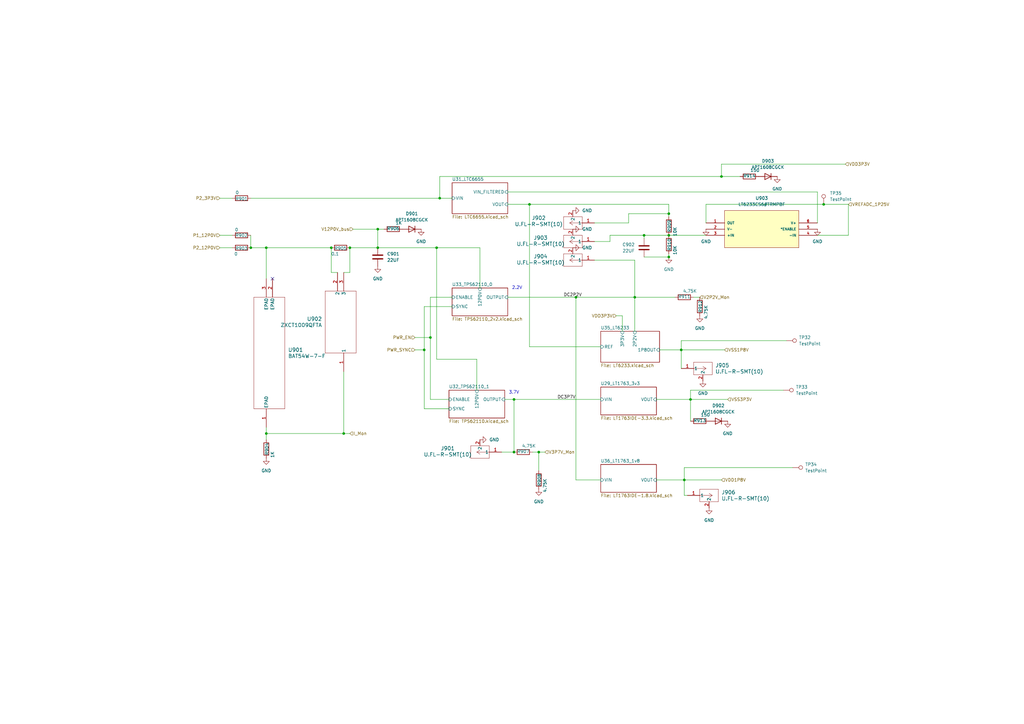
<source format=kicad_sch>
(kicad_sch (version 20231120) (generator "eeschema") (generator_version "8.0")
  (paper "A3")
  (lib_symbols
    (symbol "001_symbol:BAT54W-7-F" (pin_names (offset 0.254))
      (property "Reference" "U" (at 30.48 10.16 0))
      (property "Value" "BAT54W-7-F" (at 30.48 7.62 0))
      (symbol "BAT54W-7-F_0_1"
        (polyline (pts (xy 7.62 -7.62) (xy 53.34 -7.62)) (stroke (width 0.127)))
        (polyline (pts (xy 7.62 5.08) (xy 7.62 -7.62)) (stroke (width 0.127)))
        (polyline (pts (xy 53.34 -7.62) (xy 53.34 5.08)) (stroke (width 0.127)))
        (polyline (pts (xy 53.34 5.08) (xy 7.62 5.08)) (stroke (width 0.127)))
        (pin unspecified line (at 0 0 0) (length 7.62) (name "EPAD") (number "1"))
        (pin unspecified line (at 60.96 -2.54 180) (length 7.62) (name "EPAD") (number "2"))
        (pin unspecified line (at 60.96 0 180) (length 7.62) (name "EPAD") (number "3"))
      )
    )
    (symbol "001_symbol:LT6233CS6TRMPBF" (pin_names (offset 1.016))
      (property "Reference" "U903" (at 22.86 10.16 0))
      (property "Value" "LT6233CS6#TRMPBF" (at 22.86 7.62 0))
      (symbol "LT6233CS6TRMPBF_0_0"
        (rectangle (start 7.62 -10.16) (end 38.1 5.08) (stroke (width 0.1524)) (fill (type background)))
        (pin output line (at 0 0 0) (length 7.62) (name "OUT") (number "1"))
        (pin power_in line (at 0 -2.54 0) (length 7.62) (name "V-") (number "2"))
        (pin input line (at 0 -5.08 0) (length 7.62) (name "+IN") (number "3"))
        (pin passive line (at 45.72 -2.54 180) (length 7.62) (name "*ENABLE") (number "5"))
        (pin input line (at 45.72 0 180) (length 7.62) (name "V+") (number "6"))
      )
      (symbol "LT6233CS6TRMPBF_1_0"
        (pin input line (at 45.72 -5.08 180) (length 7.62) (name "-IN") (number "4"))
      )
    )
    (symbol "001_symbol:U.FL-R-SMT10_1" (pin_names (offset 0.254))
      (property "Reference" "J906" (at 13.97 1.2701 0))
      (property "Value" "U.FL-R-SMT10" (at 13.97 -1.2699 0))
      (symbol "U.FL-R-SMT10_1_1_1"
        (polyline (pts (xy 5.08 -2.54) (xy 12.7 -2.54)) (stroke (width 0.127)))
        (polyline (pts (xy 5.08 2.54) (xy 5.08 -2.54)) (stroke (width 0.127)))
        (polyline (pts (xy 10.16 0) (xy 5.08 0)) (stroke (width 0.127)))
        (polyline (pts (xy 10.16 0) (xy 8.89 -0.8467)) (stroke (width 0.127)))
        (polyline (pts (xy 10.16 0) (xy 8.89 0.8467)) (stroke (width 0.127)))
        (polyline (pts (xy 12.7 -2.54) (xy 12.7 2.54)) (stroke (width 0.127)))
        (polyline (pts (xy 12.7 2.54) (xy 5.08 2.54)) (stroke (width 0.127)))
        (pin unspecified line (at 0 0 0) (length 5.08) (name "1") (number "1"))
        (pin input line (at 8.89 -5.08 90) (length 2.54) (name "2") (number "2"))
        (pin input line (at 8.89 -5.08 90) (length 2.54) hide (name "3") (number "3"))
      )
      (symbol "U.FL-R-SMT10_1_1_2"
        (polyline (pts (xy 5.08 -2.54) (xy 12.7 -2.54)) (stroke (width 0.127)))
        (polyline (pts (xy 5.08 2.54) (xy 5.08 -2.54)) (stroke (width 0.127)))
        (polyline (pts (xy 7.62 0) (xy 5.08 0)) (stroke (width 0.127)))
        (polyline (pts (xy 7.62 0) (xy 8.89 -0.8467)) (stroke (width 0.127)))
        (polyline (pts (xy 7.62 0) (xy 8.89 0.8467)) (stroke (width 0.127)))
        (polyline (pts (xy 12.7 -2.54) (xy 12.7 2.54)) (stroke (width 0.127)))
        (polyline (pts (xy 12.7 2.54) (xy 5.08 2.54)) (stroke (width 0.127)))
        (pin unspecified line (at 0 0 0) (length 5.08) (name "1") (number "1"))
      )
    )
    (symbol "001_symbol:ZXCT1009FTA" (pin_names (offset 0.254))
      (property "Reference" "U" (at 20.32 10.16 0))
      (property "Value" "ZXCT1009FTA" (at 20.32 7.62 0))
      (symbol "ZXCT1009FTA_0_1"
        (polyline (pts (xy 7.62 -7.62) (xy 33.02 -7.62)) (stroke (width 0.127)))
        (polyline (pts (xy 7.62 5.08) (xy 7.62 -7.62)) (stroke (width 0.127)))
        (polyline (pts (xy 33.02 -7.62) (xy 33.02 5.08)) (stroke (width 0.127)))
        (polyline (pts (xy 33.02 5.08) (xy 7.62 5.08)) (stroke (width 0.127)))
        (pin unspecified line (at 0 0 0) (length 7.62) (name "1") (number "1"))
        (pin unspecified line (at 40.64 -2.54 180) (length 7.62) (name "2") (number "2"))
        (pin unspecified line (at 40.64 0 180) (length 7.62) (name "3") (number "3"))
      )
    )
    (symbol "Connector:TestPoint" (pin_numbers hide) (pin_names (offset 0.762) hide)
      (property "Reference" "TP" (at 0 6.858 0))
      (property "Value" "TestPoint" (at 0 5.08 0))
      (symbol "TestPoint_0_1"
        (circle (center 0 3.302) (radius 0.762))
      )
      (symbol "TestPoint_1_1"
        (pin passive line (at 0 0 90) (length 2.54) (name "1") (number "1"))
      )
    )
    (symbol "Device:C" (pin_numbers hide) (pin_names (offset 0.254))
      (property "Reference" "C" (at 0.635 2.54 0))
      (property "Value" "C" (at 0.635 -2.54 0))
      (symbol "C_0_1"
        (polyline (pts (xy -2.032 -0.762) (xy 2.032 -0.762)) (stroke (width 0.508)))
        (polyline (pts (xy -2.032 0.762) (xy 2.032 0.762)) (stroke (width 0.508)))
      )
      (symbol "C_1_1"
        (pin passive line (at 0 3.81 270) (length 2.794) (name "~") (number "1"))
        (pin passive line (at 0 -3.81 90) (length 2.794) (name "~") (number "2"))
      )
    )
    (symbol "Device:D" (pin_numbers hide) (pin_names (offset 1.016) hide)
      (property "Reference" "D" (at 0 2.54 0))
      (property "Value" "D" (at 0 -2.54 0))
      (symbol "D_0_1"
        (polyline (pts (xy -1.27 1.27) (xy -1.27 -1.27)) (stroke (width 0.254)))
        (polyline (pts (xy 1.27 0) (xy -1.27 0)))
        (polyline (pts (xy 1.27 1.27) (xy 1.27 -1.27) (xy -1.27 0) (xy 1.27 1.27)) (stroke (width 0.254)))
      )
      (symbol "D_1_1"
        (pin passive line (at -3.81 0 0) (length 2.54) (name "K") (number "1"))
        (pin passive line (at 3.81 0 180) (length 2.54) (name "A") (number "2"))
      )
    )
    (symbol "Device:R" (pin_numbers hide) (pin_names (offset 0))
      (property "Reference" "R" (at 2.032 0 90))
      (property "Value" "R" (at 0 0 90))
      (symbol "R_0_1"
        (rectangle (start -1.016 -2.54) (end 1.016 2.54) (stroke (width 0.254)))
      )
      (symbol "R_1_1"
        (pin passive line (at 0 3.81 270) (length 1.27) (name "~") (number "1"))
        (pin passive line (at 0 -3.81 90) (length 1.27) (name "~") (number "2"))
      )
    )
    (symbol "power:GND" (power) (pin_numbers hide) (pin_names (offset 0) hide)
      (property "Value" "GND" (at 0 -3.81 0))
      (symbol "GND_0_1"
        (polyline (pts (xy 0 0) (xy 0 -1.27) (xy 1.27 -1.27) (xy 0 -2.54) (xy -1.27 -1.27) (xy 0 -1.27)))
      )
      (symbol "GND_1_1"
        (pin power_in line (at 0 0 270) (length 0) (name "~") (number "1"))
      )
    )
  )
  (junction (at 140.97 177.8))
  (junction (at 102.87 101.6))
  (junction (at 283.21 163.83))
  (junction (at 217.17 83.82))
  (junction (at 173.99 143.51))
  (junction (at 135.89 101.6))
  (junction (at 260.35 121.92))
  (junction (at 295.91 72.39))
  (junction (at 176.53 138.43))
  (junction (at 274.32 105.41))
  (junction (at 279.4 143.51))
  (junction (at 280.67 196.85))
  (junction (at 274.32 87.63))
  (junction (at 210.82 185.42))
  (junction (at 179.07 101.6))
  (junction (at 220.98 185.42))
  (junction (at 337.82 83.82))
  (junction (at 154.94 101.6))
  (junction (at 180.34 81.28))
  (junction (at 210.82 163.83))
  (junction (at 109.22 101.6))
  (junction (at 154.94 93.98))
  (junction (at 236.22 121.92))
  (junction (at 109.22 177.8))
  (junction (at 264.16 96.52))
  (junction (at 143.51 101.6))
  (junction (at 274.32 96.52))
  (no_connect (at 111.76 114.3))
  (wire (pts (xy 207.01 163.83) (xy 210.82 163.83)))
  (wire (pts (xy 173.99 125.73) (xy 185.42 125.73)))
  (wire (pts (xy 140.97 152.4) (xy 140.97 177.8)))
  (wire (pts (xy 143.51 101.6) (xy 154.94 101.6)))
  (wire (pts (xy 143.51 177.8) (xy 140.97 177.8)))
  (wire (pts (xy 170.18 138.43) (xy 176.53 138.43)))
  (wire (pts (xy 284.48 121.92) (xy 287.02 121.92)))
  (wire (pts (xy 196.85 101.6) (xy 196.85 118.11)))
  (wire (pts (xy 257.81 87.63) (xy 274.32 87.63)))
  (wire (pts (xy 109.22 101.6) (xy 109.22 114.3)))
  (wire (pts (xy 269.24 163.83) (xy 283.21 163.83)))
  (wire (pts (xy 195.58 147.32) (xy 195.58 160.02)))
  (wire (pts (xy 154.94 93.98) (xy 157.48 93.98)))
  (wire (pts (xy 295.91 72.39) (xy 303.53 72.39)))
  (wire (pts (xy 102.87 101.6) (xy 109.22 101.6)))
  (wire (pts (xy 283.21 163.83) (xy 283.21 172.72)))
  (wire (pts (xy 173.99 143.51) (xy 173.99 125.73)))
  (wire (pts (xy 279.4 139.7) (xy 322.58 139.7)))
  (wire (pts (xy 176.53 138.43) (xy 176.53 121.92)))
  (wire (pts (xy 280.67 203.2) (xy 281.94 203.2)))
  (wire (pts (xy 270.51 143.51) (xy 279.4 143.51)))
  (wire (pts (xy 260.35 106.68) (xy 260.35 121.92)))
  (wire (pts (xy 295.91 67.31) (xy 346.71 67.31)))
  (wire (pts (xy 208.28 121.92) (xy 236.22 121.92)))
  (wire (pts (xy 252.73 129.54) (xy 255.27 129.54)))
  (wire (pts (xy 257.81 91.44) (xy 257.81 87.63)))
  (wire (pts (xy 180.34 72.39) (xy 295.91 72.39)))
  (wire (pts (xy 179.07 101.6) (xy 179.07 147.32)))
  (wire (pts (xy 243.84 91.44) (xy 257.81 91.44)))
  (wire (pts (xy 109.22 177.8) (xy 109.22 175.26)))
  (wire (pts (xy 90.17 101.6) (xy 95.25 101.6)))
  (wire (pts (xy 236.22 196.85) (xy 246.38 196.85)))
  (wire (pts (xy 335.28 96.52) (xy 347.98 96.52)))
  (wire (pts (xy 218.44 185.42) (xy 220.98 185.42)))
  (wire (pts (xy 264.16 105.41) (xy 274.32 105.41)))
  (wire (pts (xy 295.91 72.39) (xy 295.91 67.31)))
  (wire (pts (xy 274.32 105.41) (xy 274.32 104.14)))
  (wire (pts (xy 250.19 96.52) (xy 264.16 96.52)))
  (wire (pts (xy 243.84 106.68) (xy 260.35 106.68)))
  (wire (pts (xy 279.4 143.51) (xy 279.4 151.13)))
  (wire (pts (xy 109.22 177.8) (xy 140.97 177.8)))
  (wire (pts (xy 179.07 101.6) (xy 196.85 101.6)))
  (wire (pts (xy 176.53 121.92) (xy 185.42 121.92)))
  (wire (pts (xy 217.17 142.24) (xy 246.38 142.24)))
  (wire (pts (xy 144.78 93.98) (xy 154.94 93.98)))
  (wire (pts (xy 250.19 99.06) (xy 250.19 96.52)))
  (wire (pts (xy 210.82 163.83) (xy 246.38 163.83)))
  (wire (pts (xy 220.98 185.42) (xy 223.52 185.42)))
  (wire (pts (xy 135.89 111.76) (xy 138.43 111.76)))
  (wire (pts (xy 90.17 96.52) (xy 95.25 96.52)))
  (wire (pts (xy 289.56 91.44) (xy 289.56 83.82)))
  (wire (pts (xy 274.32 87.63) (xy 274.32 88.9)))
  (wire (pts (xy 260.35 121.92) (xy 276.86 121.92)))
  (wire (pts (xy 337.82 83.82) (xy 347.98 83.82)))
  (wire (pts (xy 217.17 83.82) (xy 217.17 142.24)))
  (wire (pts (xy 170.18 143.51) (xy 173.99 143.51)))
  (wire (pts (xy 260.35 121.92) (xy 260.35 135.89)))
  (wire (pts (xy 274.32 96.52) (xy 289.56 96.52)))
  (wire (pts (xy 210.82 163.83) (xy 210.82 185.42)))
  (wire (pts (xy 289.56 83.82) (xy 337.82 83.82)))
  (wire (pts (xy 208.28 83.82) (xy 217.17 83.82)))
  (wire (pts (xy 335.28 78.74) (xy 335.28 91.44)))
  (wire (pts (xy 325.12 191.77) (xy 280.67 191.77)))
  (wire (pts (xy 176.53 163.83) (xy 184.15 163.83)))
  (wire (pts (xy 264.16 96.52) (xy 264.16 97.79)))
  (wire (pts (xy 180.34 81.28) (xy 180.34 72.39)))
  (wire (pts (xy 179.07 147.32) (xy 195.58 147.32)))
  (wire (pts (xy 255.27 129.54) (xy 255.27 135.89)))
  (wire (pts (xy 236.22 121.92) (xy 260.35 121.92)))
  (wire (pts (xy 102.87 96.52) (xy 102.87 101.6)))
  (wire (pts (xy 283.21 160.02) (xy 283.21 163.83)))
  (wire (pts (xy 280.67 196.85) (xy 280.67 203.2)))
  (wire (pts (xy 280.67 196.85) (xy 295.91 196.85)))
  (wire (pts (xy 347.98 83.82) (xy 347.98 96.52)))
  (wire (pts (xy 205.74 185.42) (xy 210.82 185.42)))
  (wire (pts (xy 176.53 138.43) (xy 176.53 163.83)))
  (wire (pts (xy 283.21 160.02) (xy 321.31 160.02)))
  (wire (pts (xy 140.97 111.76) (xy 143.51 111.76)))
  (wire (pts (xy 173.99 167.64) (xy 184.15 167.64)))
  (wire (pts (xy 173.99 143.51) (xy 173.99 167.64)))
  (wire (pts (xy 208.28 78.74) (xy 335.28 78.74)))
  (wire (pts (xy 180.34 81.28) (xy 185.42 81.28)))
  (wire (pts (xy 280.67 191.77) (xy 280.67 196.85)))
  (wire (pts (xy 264.16 96.52) (xy 274.32 96.52)))
  (wire (pts (xy 243.84 99.06) (xy 250.19 99.06)))
  (wire (pts (xy 279.4 143.51) (xy 297.18 143.51)))
  (wire (pts (xy 279.4 139.7) (xy 279.4 143.51)))
  (wire (pts (xy 143.51 111.76) (xy 143.51 101.6)))
  (wire (pts (xy 109.22 180.34) (xy 109.22 177.8)))
  (wire (pts (xy 283.21 163.83) (xy 298.45 163.83)))
  (wire (pts (xy 135.89 101.6) (xy 135.89 111.76)))
  (wire (pts (xy 102.87 81.28) (xy 180.34 81.28)))
  (wire (pts (xy 109.22 101.6) (xy 135.89 101.6)))
  (wire (pts (xy 220.98 193.04) (xy 220.98 185.42)))
  (wire (pts (xy 154.94 101.6) (xy 179.07 101.6)))
  (wire (pts (xy 90.17 81.28) (xy 95.25 81.28)))
  (wire (pts (xy 217.17 83.82) (xy 274.32 83.82)))
  (wire (pts (xy 274.32 83.82) (xy 274.32 87.63)))
  (wire (pts (xy 269.24 196.85) (xy 280.67 196.85)))
  (wire (pts (xy 154.94 93.98) (xy 154.94 101.6)))
  (wire (pts (xy 236.22 121.92) (xy 236.22 196.85)))
  (text "2.2V" (at 212.09 118.11 0) (effects (font (size 1.27 1.27))))
  (text "3.7V" (at 210.82 161.036 0) (effects (font (size 1.27 1.27))))
  (label "DC2P2V" (at 231.14 121.92 0))
  (label "DC3P7V" (at 228.6 163.83 0))
  (hierarchical_label "VREFADC_1P25V" (shape input) (at 347.98 83.82 0))
  (hierarchical_label "I_Mon" (shape input) (at 143.51 177.8 0))
  (hierarchical_label "P2_12P0V" (shape input) (at 90.17 101.6 180))
  (hierarchical_label "VSS1P8V" (shape input) (at 297.18 143.51 0))
  (hierarchical_label "V12P0V_bus" (shape input) (at 144.78 93.98 180))
  (hierarchical_label "VDD3P3V" (shape input) (at 252.73 129.54 180))
  (hierarchical_label "P2_3P3V" (shape input) (at 90.17 81.28 180))
  (hierarchical_label "V2P2V_Mon" (shape input) (at 287.02 121.92 0))
  (hierarchical_label "V3P7V_Mon" (shape input) (at 223.52 185.42 0))
  (hierarchical_label "PWR_EN" (shape input) (at 170.18 138.43 180))
  (hierarchical_label "VDD1P8V" (shape input) (at 295.91 196.85 0))
  (hierarchical_label "PWR_SYNC" (shape input) (at 170.18 143.51 180))
  (hierarchical_label "VDD3P3V" (shape input) (at 346.71 67.31 0))
  (hierarchical_label "VSS3P3V" (shape input) (at 298.45 163.83 0))
  (hierarchical_label "P1_12P0V" (shape input) (at 90.17 96.52 180))
  (symbol (lib_id "001_symbol:BAT54W-7-F") (at 109.22 175.26 90) (unit 1)
    (property "Reference" "U901" (at 118.11 143.5099 90) (effects (font (size 1.524 1.524)) (justify right)))
    (property "Value" "BAT54W-7-F" (at 118.11 146.0499 90) (effects (font (size 1.524 1.524)) (justify right)))
    (property "Footprint" "001_download:SOT-323_DIO" (effects (hide yes)))
    (property "Datasheet" "BAT54W-7-F" (effects (hide yes)))
    (property "Vendor" "digikey:BAT54W-FDICT-ND" (effects (hide yes)))
  )
  (symbol (lib_id "power:GND") (at 298.45 172.72 0) (unit 1)
    (property "Reference" "#PWR0908" (effects (hide yes)))
    (property "Value" "GND" (at 298.45 177.8 0))
    (property "Description" "Power symbol creates a global label with name \"GND\" , ground" (effects (hide yes)))
  )
  (symbol (lib_id "Connector:TestPoint") (at 337.82 83.82 0) (unit 1) (in_bom no)
    (property "Reference" "TP35" (at 340.36 79.2479 0) (effects (justify left)))
    (property "Value" "TestPoint" (at 340.36 81.7879 0) (effects (justify left)))
    (property "Footprint" "001_download:TestPoint_Pad_D0.6mm" (effects (hide yes)))
    (property "Description" "test point" (effects (hide yes)))
  )
  (symbol (lib_id "power:GND") (at 109.22 187.96 0) (unit 1)
    (property "Reference" "#PWR0901" (effects (hide yes)))
    (property "Value" "GND" (at 109.22 193.04 0))
    (property "Description" "Power symbol creates a global label with name \"GND\" , ground" (effects (hide yes)))
  )
  (symbol (lib_id "Device:R") (at 220.98 196.85 180) (unit 1)
    (property "Reference" "R908" (at 221.234 196.85 90))
    (property "Value" "4.75K" (at 223.52 199.136 90))
    (property "Footprint" "Resistor_SMD:R_0603_1608Metric" (effects (hide yes)))
    (property "Description" "Resistor" (effects (hide yes)))
    (property "Vendor" "digikey:311-4.75KHRCT-ND" (effects (hide yes)))
  )
  (symbol (lib_id "Device:R") (at 139.7 101.6 90) (unit 1)
    (property "Reference" "R905" (at 139.7 101.854 90))
    (property "Value" "0.1" (at 137.414 104.14 90))
    (property "Footprint" "Resistor_SMD:R_1206_3216Metric" (effects (hide yes)))
    (property "Description" "Resistor" (effects (hide yes)))
    (property "Vendor" "digikey:1276-6187-1-ND" (effects (hide yes)))
  )
  (symbol (lib_id "001_symbol:U.FL-R-SMT10_1") (at 281.94 203.2 0) (unit 1)
    (property "Reference" "J906" (at 295.91 201.9299 0) (effects (font (size 1.524 1.524)) (justify left)))
    (property "Value" "U.FL-R-SMT(10)" (at 295.91 204.4699 0) (effects (font (size 1.524 1.524)) (justify left)))
    (property "Footprint" "001_download:CONN_U.FL-R-SMT10_HIR" (effects (hide yes)))
    (property "Datasheet" "U.FL-R-SMT10" (effects (hide yes)))
    (property "Vendor" "digikey:H9161CT-ND" (effects (hide yes)))
  )
  (symbol (lib_id "Device:D") (at 168.91 93.98 180) (unit 1)
    (property "Reference" "D901" (at 168.91 87.63 0))
    (property "Value" "APT1608CGCK" (at 168.91 90.17 0))
    (property "Footprint" "LED_SMD:LED_0603_1608Metric" (effects (hide yes)))
    (property "Description" "Diode" (effects (hide yes)))
    (property "Vendor" "digikey:754-1116-1-ND" (effects (hide yes)))
  )
  (symbol (lib_id "Device:R") (at 287.02 172.72 270) (unit 1)
    (property "Reference" "R913" (at 287.02 172.466 90))
    (property "Value" "150" (at 289.306 170.18 90))
    (property "Footprint" "Resistor_SMD:R_0603_1608Metric" (effects (hide yes)))
    (property "Description" "Resistor" (effects (hide yes)))
    (property "Vendor" "digikey:311-150HRCT-ND" (effects (hide yes)))
  )
  (symbol (lib_id "power:GND") (at 234.95 86.36 90) (unit 1)
    (property "Reference" "#PWR0913" (effects (hide yes)))
    (property "Value" "GND" (at 238.76 86.3599 90) (effects (justify right)))
    (property "Description" "Power symbol creates a global label with name \"GND\" , ground" (effects (hide yes)))
  )
  (symbol (lib_id "001_symbol:U.FL-R-SMT10_1") (at 205.74 185.42 180) (unit 1)
    (property "Reference" "J901" (at 183.642 183.896 0) (effects (font (size 1.524 1.524))))
    (property "Value" "U.FL-R-SMT(10)" (at 183.642 186.436 0) (effects (font (size 1.524 1.524))))
    (property "Footprint" "001_download:CONN_U.FL-R-SMT10_HIR" (effects (hide yes)))
    (property "Datasheet" "U.FL-R-SMT10" (effects (hide yes)))
    (property "Vendor" "digikey:H9161CT-ND" (effects (hide yes)))
  )
  (symbol (lib_id "power:GND") (at 288.29 156.21 0) (unit 1)
    (property "Reference" "#PWR0912" (effects (hide yes)))
    (property "Value" "GND" (at 288.29 161.29 0))
    (property "Description" "Power symbol creates a global label with name \"GND\" , ground" (effects (hide yes)))
  )
  (symbol (lib_id "power:GND") (at 154.94 109.22 0) (unit 1)
    (property "Reference" "#PWR0902" (effects (hide yes)))
    (property "Value" "GND" (at 154.94 114.3 0))
    (property "Description" "Power symbol creates a global label with name \"GND\" , ground" (effects (hide yes)))
  )
  (symbol (lib_id "001_symbol:U.FL-R-SMT10_1") (at 243.84 91.44 180) (unit 1)
    (property "Reference" "J902" (at 220.98 89.408 0) (effects (font (size 1.524 1.524))))
    (property "Value" "U.FL-R-SMT(10)" (at 220.98 91.948 0) (effects (font (size 1.524 1.524))))
    (property "Footprint" "001_download:CONN_U.FL-R-SMT10_HIR" (effects (hide yes)))
    (property "Datasheet" "U.FL-R-SMT10" (effects (hide yes)))
    (property "Vendor" "digikey:H9161CT-ND" (effects (hide yes)))
  )
  (symbol (lib_id "001_symbol:U.FL-R-SMT10_1") (at 243.84 99.06 180) (unit 1)
    (property "Reference" "J903" (at 221.742 97.536 0) (effects (font (size 1.524 1.524))))
    (property "Value" "U.FL-R-SMT(10)" (at 221.742 100.076 0) (effects (font (size 1.524 1.524))))
    (property "Footprint" "001_download:CONN_U.FL-R-SMT10_HIR" (effects (hide yes)))
    (property "Datasheet" "U.FL-R-SMT10" (effects (hide yes)))
    (property "Vendor" "digikey:H9161CT-ND" (effects (hide yes)))
  )
  (symbol (lib_id "power:GND") (at 234.95 101.6 90) (unit 1)
    (property "Reference" "#PWR0915" (effects (hide yes)))
    (property "Value" "GND" (at 238.76 101.5999 90) (effects (justify right)))
    (property "Description" "Power symbol creates a global label with name \"GND\" , ground" (effects (hide yes)))
  )
  (symbol (lib_id "power:GND") (at 290.83 208.28 0) (unit 1)
    (property "Reference" "#PWR0911" (effects (hide yes)))
    (property "Value" "GND" (at 290.83 213.36 0))
    (property "Description" "Power symbol creates a global label with name \"GND\" , ground" (effects (hide yes)))
  )
  (symbol (lib_id "Device:R") (at 307.34 72.39 270) (unit 1)
    (property "Reference" "R914" (at 307.34 72.136 90))
    (property "Value" "150" (at 309.626 69.85 90))
    (property "Footprint" "Resistor_SMD:R_0603_1608Metric" (effects (hide yes)))
    (property "Description" "Resistor" (effects (hide yes)))
    (property "Vendor" "digikey:311-150HRCT-ND" (effects (hide yes)))
  )
  (symbol (lib_id "Device:R") (at 280.67 121.92 270) (unit 1)
    (property "Reference" "R911" (at 280.67 121.666 90))
    (property "Value" "4.75K" (at 282.956 119.38 90))
    (property "Footprint" "Resistor_SMD:R_0603_1608Metric" (effects (hide yes)))
    (property "Description" "Resistor" (effects (hide yes)))
    (property "Vendor" "digikey:311-4.75KHRCT-ND" (effects (hide yes)))
  )
  (symbol (lib_id "Device:R") (at 161.29 93.98 270) (unit 1)
    (property "Reference" "R906" (at 161.29 93.726 90))
    (property "Value" "1K" (at 163.576 91.44 90))
    (property "Footprint" "Resistor_SMD:R_0603_1608Metric" (effects (hide yes)))
    (property "Description" "Resistor" (effects (hide yes)))
    (property "Vendor" "digikey:311-1.00KHRCT-ND" (effects (hide yes)))
  )
  (symbol (lib_id "001_symbol:U.FL-R-SMT10_1") (at 279.4 151.13 0) (unit 1)
    (property "Reference" "J905" (at 293.37 149.8599 0) (effects (font (size 1.524 1.524)) (justify left)))
    (property "Value" "U.FL-R-SMT(10)" (at 293.37 152.3999 0) (effects (font (size 1.524 1.524)) (justify left)))
    (property "Footprint" "001_download:CONN_U.FL-R-SMT10_HIR" (effects (hide yes)))
    (property "Datasheet" "U.FL-R-SMT10" (effects (hide yes)))
    (property "Vendor" "digikey:H9161CT-ND" (effects (hide yes)))
  )
  (symbol (lib_id "Device:R") (at 214.63 185.42 270) (unit 1)
    (property "Reference" "R907" (at 214.63 185.166 90))
    (property "Value" "4.75K" (at 216.916 182.88 90))
    (property "Footprint" "Resistor_SMD:R_0603_1608Metric" (effects (hide yes)))
    (property "Description" "Resistor" (effects (hide yes)))
    (property "Vendor" "digikey:311-4.75KHRCT-ND" (effects (hide yes)))
  )
  (symbol (lib_id "Device:C") (at 264.16 101.6 0) (mirror y) (unit 1)
    (property "Reference" "C902" (at 260.35 100.3299 0) (effects (justify left)))
    (property "Value" "22UF" (at 260.35 102.8699 0) (effects (justify left)))
    (property "Footprint" "001_download:CAP_EEF_CD_PAN_GH" (effects (hide yes)))
    (property "Description" "Al-Poly" (effects (hide yes)))
    (property "Vendor" "digikey:PCE3168CT-ND" (effects (hide yes)))
  )
  (symbol (lib_id "power:GND") (at 220.98 200.66 0) (unit 1)
    (property "Reference" "#PWR0904" (effects (hide yes)))
    (property "Value" "GND" (at 220.98 205.74 0))
    (property "Description" "Power symbol creates a global label with name \"GND\" , ground" (effects (hide yes)))
  )
  (symbol (lib_id "power:GND") (at 318.77 72.39 0) (unit 1)
    (property "Reference" "#PWR0909" (effects (hide yes)))
    (property "Value" "GND" (at 318.77 77.47 0))
    (property "Description" "Power symbol creates a global label with name \"GND\" , ground" (effects (hide yes)))
  )
  (symbol (lib_id "power:GND") (at 274.32 105.41 0) (unit 1)
    (property "Reference" "#PWR0905" (effects (hide yes)))
    (property "Value" "GND" (at 274.32 110.49 0))
    (property "Description" "Power symbol creates a global label with name \"GND\" , ground" (effects (hide yes)))
  )
  (symbol (lib_id "power:GND") (at 335.28 93.98 0) (unit 1)
    (property "Reference" "#PWR0910" (effects (hide yes)))
    (property "Value" "GND" (at 335.28 99.06 0))
    (property "Description" "Power symbol creates a global label with name \"GND\" , ground" (effects (hide yes)))
  )
  (symbol (lib_id "Connector:TestPoint") (at 322.58 139.7 270) (unit 1) (in_bom no)
    (property "Reference" "TP32" (at 327.66 138.4299 90) (effects (justify left)))
    (property "Value" "TestPoint" (at 327.66 140.9699 90) (effects (justify left)))
    (property "Footprint" "001_download:TestPoint_Pad_D0.6mm" (effects (hide yes)))
    (property "Description" "test point" (effects (hide yes)))
  )
  (symbol (lib_id "Device:D") (at 314.96 72.39 180) (unit 1)
    (property "Reference" "D903" (at 314.96 66.04 0))
    (property "Value" "APT1608CGCK" (at 314.96 68.58 0))
    (property "Footprint" "LED_SMD:LED_0603_1608Metric" (effects (hide yes)))
    (property "Description" "Diode" (effects (hide yes)))
    (property "Vendor" "digikey:754-1116-1-ND" (effects (hide yes)))
  )
  (symbol (lib_id "Device:R") (at 99.06 81.28 90) (unit 1)
    (property "Reference" "R901" (at 99.06 81.534 90))
    (property "Value" "0" (at 97.282 78.994 90))
    (property "Footprint" "Resistor_SMD:R_0603_1608Metric" (effects (hide yes)))
    (property "Description" "Resistor" (effects (hide yes)))
    (property "Vendor" "digikey:P0.0GCT-ND" (effects (hide yes)))
  )
  (symbol (lib_id "power:GND") (at 196.85 180.34 90) (unit 1)
    (property "Reference" "#PWR0916" (effects (hide yes)))
    (property "Value" "GND" (at 200.66 180.3399 90) (effects (justify right)))
    (property "Description" "Power symbol creates a global label with name \"GND\" , ground" (effects (hide yes)))
  )
  (symbol (lib_id "Device:R") (at 287.02 125.73 180) (unit 1)
    (property "Reference" "R912" (at 287.274 125.73 90))
    (property "Value" "4.75K" (at 289.56 128.016 90))
    (property "Footprint" "Resistor_SMD:R_0603_1608Metric" (effects (hide yes)))
    (property "Description" "Resistor" (effects (hide yes)))
    (property "Vendor" "digikey:311-4.75KHRCT-ND" (effects (hide yes)))
  )
  (symbol (lib_id "001_symbol:U.FL-R-SMT10_1") (at 243.84 106.68 180) (unit 1)
    (property "Reference" "J904" (at 221.742 105.156 0) (effects (font (size 1.524 1.524))))
    (property "Value" "U.FL-R-SMT(10)" (at 221.742 107.696 0) (effects (font (size 1.524 1.524))))
    (property "Footprint" "001_download:CONN_U.FL-R-SMT10_HIR" (effects (hide yes)))
    (property "Datasheet" "U.FL-R-SMT10" (effects (hide yes)))
    (property "Vendor" "digikey:H9161CT-ND" (effects (hide yes)))
  )
  (symbol (lib_id "001_symbol:ZXCT1009FTA") (at 140.97 152.4 270) (mirror x) (unit 1)
    (property "Reference" "U902" (at 132.08 130.8099 90) (effects (font (size 1.524 1.524)) (justify right)))
    (property "Value" "ZXCT1009QFTA" (at 132.08 133.3499 90) (effects (font (size 1.524 1.524)) (justify right)))
    (property "Footprint" "001_download:ZXCT1009FTA_GH" (effects (hide yes)))
    (property "Datasheet" "ZXCT1009FTA" (effects (hide yes)))
    (property "Vendor" "digikey:ZXCT1009QFTADICT-ND" (effects (hide yes)))
  )
  (symbol (lib_id "power:GND") (at 289.56 93.98 0) (unit 1)
    (property "Reference" "#PWR0907" (effects (hide yes)))
    (property "Value" "GND" (at 289.56 99.06 0))
    (property "Description" "Power symbol creates a global label with name \"GND\" , ground" (effects (hide yes)))
  )
  (symbol (lib_id "power:GND") (at 234.95 93.98 90) (unit 1)
    (property "Reference" "#PWR0914" (effects (hide yes)))
    (property "Value" "GND" (at 238.76 93.9799 90) (effects (justify right)))
    (property "Description" "Power symbol creates a global label with name \"GND\" , ground" (effects (hide yes)))
  )
  (symbol (lib_id "Device:R") (at 99.06 101.6 90) (unit 1)
    (property "Reference" "R903" (at 99.06 101.854 90))
    (property "Value" "0" (at 96.774 104.14 90))
    (property "Footprint" "Resistor_SMD:R_0603_1608Metric" (effects (hide yes)))
    (property "Description" "Resistor" (effects (hide yes)))
    (property "Vendor" "digikey:P0.0GCT-ND" (effects (hide yes)))
  )
  (symbol (lib_id "Connector:TestPoint") (at 325.12 191.77 270) (unit 1) (in_bom no)
    (property "Reference" "TP34" (at 330.2 190.4999 90) (effects (justify left)))
    (property "Value" "TestPoint" (at 330.2 193.0399 90) (effects (justify left)))
    (property "Footprint" "001_download:TestPoint_Pad_D0.6mm" (effects (hide yes)))
    (property "Description" "test point" (effects (hide yes)))
  )
  (symbol (lib_id "Device:C") (at 154.94 105.41 180) (unit 1)
    (property "Reference" "C901" (at 158.75 104.1399 0) (effects (justify right)))
    (property "Value" "22UF" (at 158.75 106.6799 0) (effects (justify right)))
    (property "Footprint" "Capacitor_SMD:C_1206_3216Metric" (effects (hide yes)))
    (property "Description" "Unpolarized capacitor" (effects (hide yes)))
    (property "Vendor" "digikey:490-5527-1-ND" (effects (hide yes)))
  )
  (symbol (lib_id "Connector:TestPoint") (at 321.31 160.02 270) (unit 1) (in_bom no)
    (property "Reference" "TP33" (at 326.39 158.7499 90) (effects (justify left)))
    (property "Value" "TestPoint" (at 326.39 161.2899 90) (effects (justify left)))
    (property "Footprint" "001_download:TestPoint_Pad_D0.6mm" (effects (hide yes)))
    (property "Description" "test point" (effects (hide yes)))
  )
  (symbol (lib_id "Device:R") (at 109.22 184.15 180) (unit 1)
    (property "Reference" "R904" (at 109.474 184.15 90))
    (property "Value" "1K" (at 111.76 186.436 90))
    (property "Footprint" "Resistor_SMD:R_0603_1608Metric" (effects (hide yes)))
    (property "Description" "Resistor" (effects (hide yes)))
    (property "Vendor" "digikey:311-1.00KHRCT-ND" (effects (hide yes)))
  )
  (symbol (lib_id "Device:R") (at 99.06 96.52 90) (unit 1)
    (property "Reference" "R902" (at 99.06 96.52 90))
    (property "Value" "0" (at 97.028 94.234 90))
    (property "Footprint" "Resistor_SMD:R_0603_1608Metric" (effects (hide yes)))
    (property "Description" "Resistor" (effects (hide yes)))
    (property "Vendor" "digikey:P0.0GCT-ND" (effects (hide yes)))
  )
  (symbol (lib_id "Device:D") (at 294.64 172.72 180) (unit 1)
    (property "Reference" "D902" (at 294.64 166.37 0))
    (property "Value" "APT1608CGCK" (at 294.64 168.91 0))
    (property "Footprint" "LED_SMD:LED_0603_1608Metric" (effects (hide yes)))
    (property "Description" "Diode" (effects (hide yes)))
    (property "Vendor" "digikey:754-1116-1-ND" (effects (hide yes)))
  )
  (symbol (lib_id "Device:R") (at 274.32 100.33 180) (unit 1)
    (property "Reference" "R910" (at 274.574 100.33 90))
    (property "Value" "10K" (at 276.86 102.616 90))
    (property "Footprint" "Resistor_SMD:R_0603_1608Metric" (effects (hide yes)))
    (property "Description" "Resistor" (effects (hide yes)))
    (property "Vendor" "digikey:MCT0603-10K-MDCT-ND" (effects (hide yes)))
  )
  (symbol (lib_id "power:GND") (at 172.72 93.98 0) (unit 1)
    (property "Reference" "#PWR0903" (effects (hide yes)))
    (property "Value" "GND" (at 172.72 99.06 0))
    (property "Description" "Power symbol creates a global label with name \"GND\" , ground" (effects (hide yes)))
  )
  (symbol (lib_id "power:GND") (at 287.02 129.54 0) (unit 1)
    (property "Reference" "#PWR0906" (effects (hide yes)))
    (property "Value" "GND" (at 287.02 134.62 0))
    (property "Description" "Power symbol creates a global label with name \"GND\" , ground" (effects (hide yes)))
  )
  (symbol (lib_id "Device:R") (at 274.32 92.71 180) (unit 1)
    (property "Reference" "R909" (at 274.574 92.71 90))
    (property "Value" "10K" (at 276.86 94.996 90))
    (property "Footprint" "Resistor_SMD:R_0603_1608Metric" (effects (hide yes)))
    (property "Description" "Resistor" (effects (hide yes)))
    (property "Vendor" "digikey:MCT0603-10K-MDCT-ND" (effects (hide yes)))
  )
  (symbol (lib_id "001_symbol:LT6233CS6TRMPBF") (at 289.56 91.44 0) (unit 1)
    (property "Reference" "U903" (at 312.42 81.28 0))
    (property "Value" "LT6233CS6#TRMPBF" (at 312.42 83.82 0))
    (property "Footprint" "001_download:SOT-6_S" (effects (hide yes)))
    (property "Vendor" "digikey:LT6233CS6#TRMPBFCT-ND" (effects (hide yes)))
  )
  (sheet (at 184.15 160.02) (size 22.86 11.43) (stroke (width 0.1524))
    (property "Sheetname" "U32_TPS62110_1" (at 184.15 159.3084 0) (effects (justify left bottom)))
    (property "Sheetfile" "TPS62110.kicad_sch" (at 184.15 172.0346 0) (effects (justify left top)))
    (pin "ENABLE" input (at 184.15 163.83 180))
    (pin "SYNC" input (at 184.15 167.64 180))
    (pin "12P0V" input (at 195.58 160.02 90))
    (pin "OUTPUT" input (at 207.01 163.83 0))
  )
  (sheet (at 246.38 190.5) (size 22.86 11.43) (stroke (width 0.1524))
    (property "Sheetname" "U36_LT1763_1v8" (at 246.38 189.7884 0) (effects (justify left bottom)))
    (property "Sheetfile" "LT1763IDE-1.8.kicad_sch" (at 246.38 202.5146 0) (effects (justify left top)))
    (pin "VOUT" input (at 269.24 196.85 0))
    (pin "VIN" input (at 246.38 196.85 180))
  )
  (sheet (at 185.42 118.11) (size 22.86 11.43) (stroke (width 0.1524))
    (property "Sheetname" "U33_TPS62110_0" (at 185.42 117.3984 0) (effects (justify left bottom)))
    (property "Sheetfile" "TPS62110_2v2.kicad_sch" (at 185.42 130.1246 0) (effects (justify left top)))
    (pin "ENABLE" input (at 185.42 121.92 180))
    (pin "SYNC" input (at 185.42 125.73 180))
    (pin "12P0V" input (at 196.85 118.11 90))
    (pin "OUTPUT" input (at 208.28 121.92 0))
  )
  (sheet (at 246.38 135.89) (size 24.13 12.7) (stroke (width 0.1524))
    (property "Sheetname" "U35_LT6233" (at 246.38 135.1784 0) (effects (justify left bottom)))
    (property "Sheetfile" "LT6233.kicad_sch" (at 246.38 149.1746 0) (effects (justify left top)))
    (pin "3P3V" input (at 255.27 135.89 90))
    (pin "REF" input (at 246.38 142.24 180))
    (pin "2P2V" input (at 260.35 135.89 90))
    (pin "1P8OUT" input (at 270.51 143.51 0))
  )
  (sheet (at 185.42 74.93) (size 22.86 12.7) (stroke (width 0.1524))
    (property "Sheetname" "U31_LTC6655" (at 185.42 74.2184 0) (effects (justify left bottom)))
    (property "Sheetfile" "LTC6655.kicad_sch" (at 185.42 88.2146 0) (effects (justify left top)))
    (pin "VIN_FILTERED" input (at 208.28 78.74 0))
    (pin "VOUT" input (at 208.28 83.82 0))
    (pin "VIN" input (at 185.42 81.28 180))
  )
  (sheet (at 246.38 158.75) (size 22.86 11.43) (stroke (width 0.1524))
    (property "Sheetname" "U29_LT1763_3v3" (at 246.38 158.0384 0) (effects (justify left bottom)))
    (property "Sheetfile" "LT1763IDE-3.3.kicad_sch" (at 246.38 170.7646 0) (effects (justify left top)))
    (pin "VIN" input (at 246.38 163.83 180))
    (pin "VOUT" input (at 269.24 163.83 0))
  )
)
</source>
